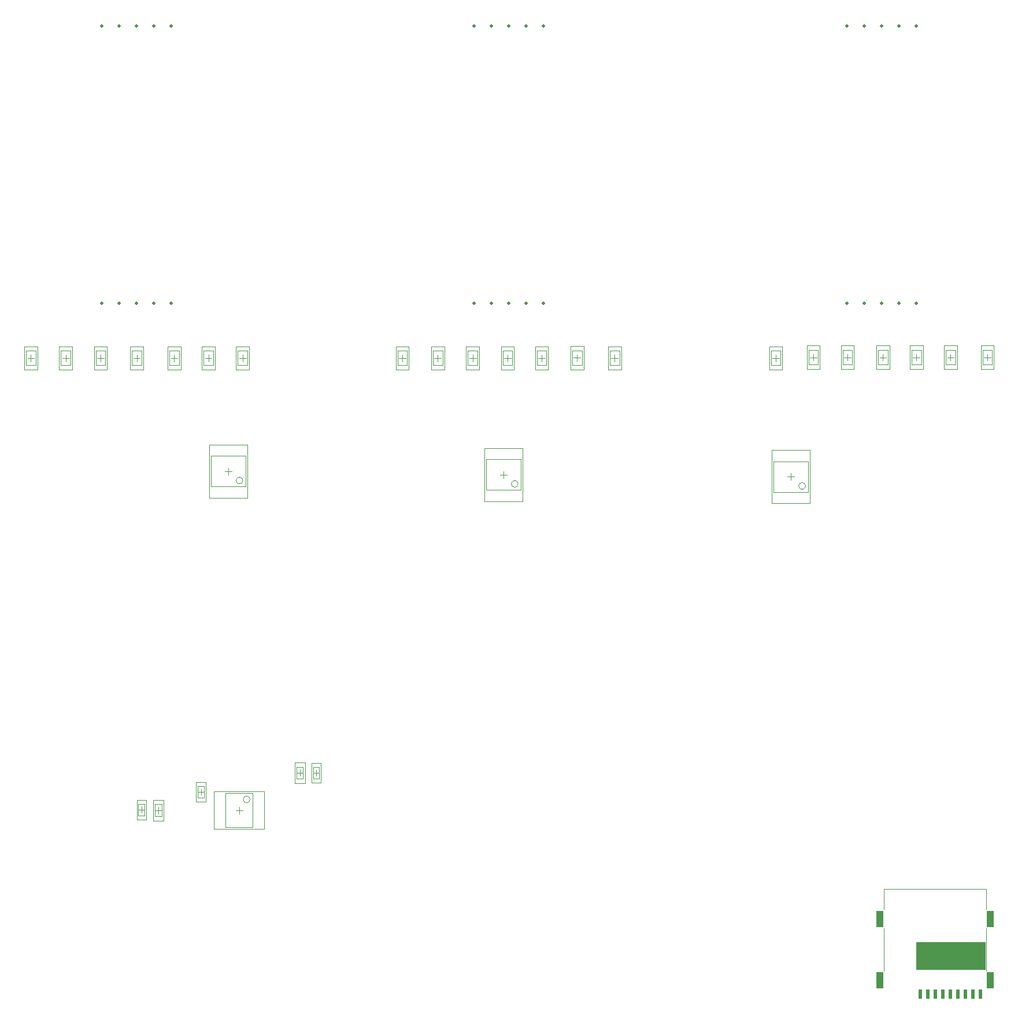
<source format=gtp>
G04*
G04 #@! TF.GenerationSoftware,Altium Limited,Altium Designer,19.1.8 (144)*
G04*
G04 Layer_Color=8421504*
%FSLAX25Y25*%
%MOIN*%
G70*
G01*
G75*
%ADD12C,0.00394*%
%ADD13R,0.40158X0.15945*%
%ADD14C,0.00197*%
%ADD15C,0.01968*%
%ADD16R,0.04331X0.09449*%
%ADD17R,0.02441X0.05512*%
D12*
X611909Y131791D02*
Y156398D01*
X670768Y131693D02*
Y156496D01*
X611909Y179134D02*
X670768D01*
X611909Y167224D02*
Y179134D01*
X670768Y167224D02*
Y179134D01*
X566732Y411614D02*
G03*
X566732Y411614I-1969J0D01*
G01*
X400984Y412795D02*
G03*
X400984Y412795I-1969J0D01*
G01*
X242323Y414764D02*
G03*
X242323Y414764I-1969J0D01*
G01*
X246457Y230709D02*
G03*
X246457Y230709I-1969J0D01*
G01*
X647638Y481595D02*
Y490059D01*
X653150Y481595D02*
Y490059D01*
X647638D02*
X653150D01*
X647638Y481595D02*
X653150D01*
X627953D02*
Y490059D01*
X633465Y481595D02*
Y490059D01*
X627953D02*
X633465D01*
X627953Y481595D02*
X633465D01*
X608661D02*
Y490059D01*
X614173Y481595D02*
Y490059D01*
X608661D02*
X614173D01*
X608661Y481595D02*
X614173D01*
X588189D02*
Y490059D01*
X593701Y481595D02*
Y490059D01*
X588189D02*
X593701D01*
X588189Y481595D02*
X593701D01*
X568504D02*
Y490059D01*
X574016Y481595D02*
Y490059D01*
X568504D02*
X574016D01*
X568504Y481595D02*
X574016D01*
X546850Y481201D02*
Y489665D01*
X552362Y481201D02*
Y489665D01*
X546850D02*
X552362D01*
X546850Y481201D02*
X552362D01*
X668898Y481595D02*
Y490059D01*
X674409Y481595D02*
Y490059D01*
X668898D02*
X674409D01*
X668898Y481595D02*
X674409D01*
X548228Y408071D02*
X568307D01*
X548228Y425787D02*
X568307D01*
Y408071D02*
Y425787D01*
X548228Y408071D02*
Y425787D01*
X372047Y481201D02*
Y489665D01*
X377559Y481201D02*
Y489665D01*
X372047D02*
X377559D01*
X372047Y481201D02*
X377559D01*
X392126D02*
Y489665D01*
X397638Y481201D02*
Y489665D01*
X392126D02*
X397638D01*
X392126Y481201D02*
X397638D01*
X411811D02*
Y489665D01*
X417323Y481201D02*
Y489665D01*
X411811D02*
X417323D01*
X411811Y481201D02*
X417323D01*
X351969D02*
Y489665D01*
X357480Y481201D02*
Y489665D01*
X351969D02*
X357480D01*
X351969Y481201D02*
X357480D01*
X331496D02*
Y489665D01*
X337008Y481201D02*
Y489665D01*
X331496D02*
X337008D01*
X331496Y481201D02*
X337008D01*
X432283Y481299D02*
Y489764D01*
X437795Y481299D02*
Y489764D01*
X432283D02*
X437795D01*
X432283Y481299D02*
X437795D01*
X453937Y481201D02*
Y489665D01*
X459449Y481201D02*
Y489665D01*
X453937D02*
X459449D01*
X453937Y481201D02*
X459449D01*
X382480Y409252D02*
X402559D01*
X382480Y426968D02*
X402559D01*
Y409252D02*
Y426968D01*
X382480Y409252D02*
Y426968D01*
X223819Y411221D02*
X243898D01*
X223819Y428937D02*
X243898D01*
Y411221D02*
Y428937D01*
X223819Y411221D02*
Y428937D01*
X117323Y481201D02*
Y489665D01*
X122835Y481201D02*
Y489665D01*
X117323D02*
X122835D01*
X117323Y481201D02*
X122835D01*
X137402D02*
Y489665D01*
X142913Y481201D02*
Y489665D01*
X137402D02*
X142913D01*
X137402Y481201D02*
X142913D01*
X157480D02*
Y489665D01*
X162992Y481201D02*
Y489665D01*
X157480D02*
X162992D01*
X157480Y481201D02*
X162992D01*
X178347D02*
Y489665D01*
X183858Y481201D02*
Y489665D01*
X178347D02*
X183858D01*
X178347Y481201D02*
X183858D01*
X200000D02*
Y489665D01*
X205512Y481201D02*
Y489665D01*
X200000D02*
X205512D01*
X200000Y481201D02*
X205512D01*
X219685D02*
Y489665D01*
X225197Y481201D02*
Y489665D01*
X219685D02*
X225197D01*
X219685Y481201D02*
X225197D01*
X239370D02*
X244882D01*
X239370Y489665D02*
X244882D01*
Y481201D02*
Y489665D01*
X239370Y481201D02*
Y489665D01*
X277067Y242618D02*
Y249508D01*
X273327Y242618D02*
Y249508D01*
Y242618D02*
X277067D01*
X273327Y249508D02*
X277067D01*
X282874Y242717D02*
X286417D01*
X282874Y249410D02*
X286417D01*
Y242717D02*
Y249410D01*
X282874Y242717D02*
Y249410D01*
X182087Y221457D02*
X185630D01*
X182087Y228150D02*
X185630D01*
Y221457D02*
Y228150D01*
X182087Y221457D02*
Y228150D01*
X216339Y231693D02*
X219882D01*
X216339Y238386D02*
X219882D01*
Y231693D02*
Y238386D01*
X216339Y231693D02*
Y238386D01*
X191732Y220866D02*
X195669D01*
X191732Y227953D02*
X195669D01*
Y220866D02*
Y227953D01*
X191732Y220866D02*
Y227953D01*
X232283Y214567D02*
X248031D01*
X232283Y234252D02*
X248031D01*
X232283Y214567D02*
Y234252D01*
X248031Y214567D02*
Y234252D01*
X648425Y485827D02*
X652362D01*
X650394Y483858D02*
Y487795D01*
X628740Y485827D02*
X632677D01*
X630709Y483858D02*
Y487795D01*
X609449Y485827D02*
X613386D01*
X611417Y483858D02*
Y487795D01*
X588976Y485827D02*
X592913D01*
X590945Y483858D02*
Y487795D01*
X569291Y485827D02*
X573228D01*
X571260Y483858D02*
Y487795D01*
X547638Y485433D02*
X551575D01*
X549606Y483465D02*
Y487402D01*
X669685Y485827D02*
X673622D01*
X671654Y483858D02*
Y487795D01*
X558268Y414961D02*
Y418898D01*
X556299Y416929D02*
X560236D01*
X372835Y485433D02*
X376772D01*
X374803Y483465D02*
Y487402D01*
X392913Y485433D02*
X396850D01*
X394882Y483465D02*
Y487402D01*
X412598Y485433D02*
X416535D01*
X414567Y483465D02*
Y487402D01*
X352756Y485433D02*
X356693D01*
X354724Y483465D02*
Y487402D01*
X332283Y485433D02*
X336221D01*
X334252Y483465D02*
Y487402D01*
X433071Y485532D02*
X437008D01*
X435039Y483563D02*
Y487500D01*
X454724Y485433D02*
X458661D01*
X456693Y483465D02*
Y487402D01*
X392520Y416142D02*
Y420079D01*
X390551Y418110D02*
X394488D01*
X233858D02*
Y422047D01*
X231890Y420079D02*
X235827D01*
X118110Y485433D02*
X122047D01*
X120079Y483465D02*
Y487402D01*
X138189Y485433D02*
X142126D01*
X140157Y483465D02*
Y487402D01*
X158268Y485433D02*
X162205D01*
X160236Y483465D02*
Y487402D01*
X179134Y485433D02*
X183071D01*
X181102Y483465D02*
Y487402D01*
X200787Y485433D02*
X204724D01*
X202756Y483465D02*
Y487402D01*
X220472Y485433D02*
X224410D01*
X222441Y483465D02*
Y487402D01*
X242126Y483465D02*
Y487402D01*
X240158Y485433D02*
X244094D01*
X273327Y246063D02*
X277067D01*
X275197Y244193D02*
Y247933D01*
X284646Y244291D02*
Y247835D01*
X282874Y246063D02*
X286417D01*
X183858Y223031D02*
Y226575D01*
X182087Y224803D02*
X185630D01*
X218110Y233268D02*
Y236811D01*
X216339Y235039D02*
X219882D01*
X193701Y222441D02*
Y226378D01*
X191732Y224410D02*
X195669D01*
X240158Y222441D02*
Y226378D01*
X238189Y224410D02*
X242126D01*
D13*
X650591Y140256D02*
D03*
D14*
X646654Y479134D02*
Y492520D01*
X654134Y479134D02*
Y492520D01*
X646654D02*
X654134D01*
X646654Y479134D02*
X654134D01*
X626968D02*
Y492520D01*
X634449Y479134D02*
Y492520D01*
X626968D02*
X634449D01*
X626968Y479134D02*
X634449D01*
X607677D02*
Y492520D01*
X615158Y479134D02*
Y492520D01*
X607677D02*
X615158D01*
X607677Y479134D02*
X615158D01*
X587205D02*
Y492520D01*
X594685Y479134D02*
Y492520D01*
X587205D02*
X594685D01*
X587205Y479134D02*
X594685D01*
X567520D02*
Y492520D01*
X575000Y479134D02*
Y492520D01*
X567520D02*
X575000D01*
X567520Y479134D02*
X575000D01*
X545866Y478740D02*
Y492126D01*
X553346Y478740D02*
Y492126D01*
X545866D02*
X553346D01*
X545866Y478740D02*
X553346D01*
X667913Y479134D02*
Y492520D01*
X675394Y479134D02*
Y492520D01*
X667913D02*
X675394D01*
X667913Y479134D02*
X675394D01*
X547244Y401575D02*
X569291D01*
X547244Y432283D02*
X569291D01*
Y401575D02*
Y432283D01*
X547244Y401575D02*
Y432283D01*
X371063Y478740D02*
Y492126D01*
X378543Y478740D02*
Y492126D01*
X371063D02*
X378543D01*
X371063Y478740D02*
X378543D01*
X391142D02*
Y492126D01*
X398622Y478740D02*
Y492126D01*
X391142D02*
X398622D01*
X391142Y478740D02*
X398622D01*
X410827D02*
Y492126D01*
X418307Y478740D02*
Y492126D01*
X410827D02*
X418307D01*
X410827Y478740D02*
X418307D01*
X350984D02*
Y492126D01*
X358465Y478740D02*
Y492126D01*
X350984D02*
X358465D01*
X350984Y478740D02*
X358465D01*
X330512D02*
Y492126D01*
X337992Y478740D02*
Y492126D01*
X330512D02*
X337992D01*
X330512Y478740D02*
X337992D01*
X431299Y478839D02*
Y492224D01*
X438779Y478839D02*
Y492224D01*
X431299D02*
X438779D01*
X431299Y478839D02*
X438779D01*
X452953Y478740D02*
Y492126D01*
X460433Y478740D02*
Y492126D01*
X452953D02*
X460433D01*
X452953Y478740D02*
X460433D01*
X381496Y402756D02*
X403543D01*
X381496Y433465D02*
X403543D01*
Y402756D02*
Y433465D01*
X381496Y402756D02*
Y433465D01*
X222835Y404724D02*
X244882D01*
X222835Y435433D02*
X244882D01*
Y404724D02*
Y435433D01*
X222835Y404724D02*
Y435433D01*
X116339Y478740D02*
Y492126D01*
X123819Y478740D02*
Y492126D01*
X116339D02*
X123819D01*
X116339Y478740D02*
X123819D01*
X136417D02*
Y492126D01*
X143898Y478740D02*
Y492126D01*
X136417D02*
X143898D01*
X136417Y478740D02*
X143898D01*
X156496D02*
Y492126D01*
X163976Y478740D02*
Y492126D01*
X156496D02*
X163976D01*
X156496Y478740D02*
X163976D01*
X177362D02*
Y492126D01*
X184843Y478740D02*
Y492126D01*
X177362D02*
X184843D01*
X177362Y478740D02*
X184843D01*
X199016D02*
Y492126D01*
X206496Y478740D02*
Y492126D01*
X199016D02*
X206496D01*
X199016Y478740D02*
X206496D01*
X218701D02*
Y492126D01*
X226181Y478740D02*
Y492126D01*
X218701D02*
X226181D01*
X218701Y478740D02*
X226181D01*
X238386D02*
X245866D01*
X238386Y492126D02*
X245866D01*
Y478740D02*
Y492126D01*
X238386Y478740D02*
Y492126D01*
X278150Y240158D02*
Y251969D01*
X272244Y240158D02*
Y251969D01*
Y240158D02*
X278150D01*
X272244Y251969D02*
X278150D01*
X281890Y240354D02*
X287402D01*
X281890Y251772D02*
X287402D01*
Y240354D02*
Y251772D01*
X281890Y240354D02*
Y251772D01*
X181102Y219094D02*
X186614D01*
X181102Y230512D02*
X186614D01*
Y219094D02*
Y230512D01*
X181102Y219094D02*
Y230512D01*
X215354Y229331D02*
X220866D01*
X215354Y240748D02*
X220866D01*
Y229331D02*
Y240748D01*
X215354Y229331D02*
Y240748D01*
X190748Y218504D02*
X196653D01*
X190748Y230315D02*
X196653D01*
Y218504D02*
Y230315D01*
X190748Y218504D02*
Y230315D01*
X225590Y213583D02*
X254724D01*
X225590Y235236D02*
X254724D01*
X225590Y213583D02*
Y235236D01*
X254724Y213583D02*
Y235236D01*
D15*
X630551Y677165D02*
D03*
Y517165D02*
D03*
X590551Y677165D02*
D03*
Y517165D02*
D03*
X620551Y677165D02*
D03*
Y517165D02*
D03*
X610551Y677165D02*
D03*
Y517165D02*
D03*
X600551Y677165D02*
D03*
Y517165D02*
D03*
X200787Y676929D02*
D03*
Y516929D02*
D03*
X160787Y676929D02*
D03*
Y516929D02*
D03*
X190787Y676929D02*
D03*
Y516929D02*
D03*
X180787Y676929D02*
D03*
Y516929D02*
D03*
X170787Y676929D02*
D03*
Y516929D02*
D03*
X415512Y677165D02*
D03*
Y517165D02*
D03*
X375512Y677165D02*
D03*
Y517165D02*
D03*
X405512Y677165D02*
D03*
Y517165D02*
D03*
X395512Y677165D02*
D03*
Y517165D02*
D03*
X385512Y677165D02*
D03*
Y517165D02*
D03*
D16*
X673130Y161811D02*
D03*
X609547D02*
D03*
Y126378D02*
D03*
X673130D02*
D03*
D17*
X633071Y118504D02*
D03*
X650394D02*
D03*
X641732D02*
D03*
X637402D02*
D03*
X646063D02*
D03*
X654724D02*
D03*
X659055D02*
D03*
X663386D02*
D03*
X667717D02*
D03*
M02*

</source>
